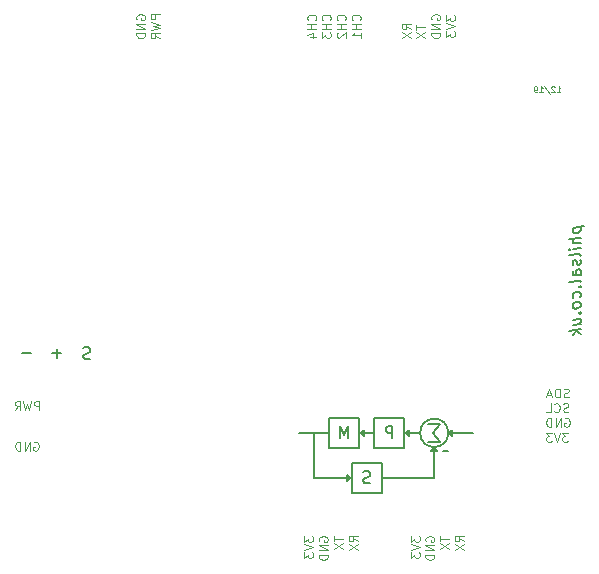
<source format=gbr>
G04 #@! TF.GenerationSoftware,KiCad,Pcbnew,(5.1.5)-3*
G04 #@! TF.CreationDate,2019-12-16T19:18:17+01:00*
G04 #@! TF.ProjectId,HadesMicroJLCPCB,48616465-734d-4696-9372-6f4a4c435043,rev?*
G04 #@! TF.SameCoordinates,Original*
G04 #@! TF.FileFunction,Legend,Bot*
G04 #@! TF.FilePolarity,Positive*
%FSLAX46Y46*%
G04 Gerber Fmt 4.6, Leading zero omitted, Abs format (unit mm)*
G04 Created by KiCad (PCBNEW (5.1.5)-3) date 2019-12-16 19:18:17*
%MOMM*%
%LPD*%
G04 APERTURE LIST*
%ADD10C,0.100000*%
%ADD11C,0.150000*%
G04 APERTURE END LIST*
D10*
X31400400Y-22364771D02*
X31364685Y-22293342D01*
X31364685Y-22186200D01*
X31400400Y-22079057D01*
X31471828Y-22007628D01*
X31543257Y-21971914D01*
X31686114Y-21936200D01*
X31793257Y-21936200D01*
X31936114Y-21971914D01*
X32007542Y-22007628D01*
X32078971Y-22079057D01*
X32114685Y-22186200D01*
X32114685Y-22257628D01*
X32078971Y-22364771D01*
X32043257Y-22400485D01*
X31793257Y-22400485D01*
X31793257Y-22257628D01*
X32114685Y-22721914D02*
X31364685Y-22721914D01*
X32114685Y-23150485D01*
X31364685Y-23150485D01*
X32114685Y-23507628D02*
X31364685Y-23507628D01*
X31364685Y-23686200D01*
X31400400Y-23793342D01*
X31471828Y-23864771D01*
X31543257Y-23900485D01*
X31686114Y-23936200D01*
X31793257Y-23936200D01*
X31936114Y-23900485D01*
X32007542Y-23864771D01*
X32078971Y-23793342D01*
X32114685Y-23686200D01*
X32114685Y-23507628D01*
X56394000Y-22364771D02*
X56358285Y-22293342D01*
X56358285Y-22186200D01*
X56394000Y-22079057D01*
X56465428Y-22007628D01*
X56536857Y-21971914D01*
X56679714Y-21936200D01*
X56786857Y-21936200D01*
X56929714Y-21971914D01*
X57001142Y-22007628D01*
X57072571Y-22079057D01*
X57108285Y-22186200D01*
X57108285Y-22257628D01*
X57072571Y-22364771D01*
X57036857Y-22400485D01*
X56786857Y-22400485D01*
X56786857Y-22257628D01*
X57108285Y-22721914D02*
X56358285Y-22721914D01*
X57108285Y-23150485D01*
X56358285Y-23150485D01*
X57108285Y-23507628D02*
X56358285Y-23507628D01*
X56358285Y-23686200D01*
X56394000Y-23793342D01*
X56465428Y-23864771D01*
X56536857Y-23900485D01*
X56679714Y-23936200D01*
X56786857Y-23936200D01*
X56929714Y-23900485D01*
X57001142Y-23864771D01*
X57072571Y-23793342D01*
X57108285Y-23686200D01*
X57108285Y-23507628D01*
D11*
X68314914Y-40009548D02*
X69314914Y-39884548D01*
X68362533Y-40003595D02*
X68314914Y-40104786D01*
X68314914Y-40295262D01*
X68362533Y-40384548D01*
X68410152Y-40426214D01*
X68505390Y-40461929D01*
X68791104Y-40426214D01*
X68886342Y-40366691D01*
X68933961Y-40313119D01*
X68981580Y-40211929D01*
X68981580Y-40021452D01*
X68933961Y-39932167D01*
X68981580Y-40830976D02*
X67981580Y-40955976D01*
X68981580Y-41259548D02*
X68457771Y-41325024D01*
X68362533Y-41289310D01*
X68314914Y-41200024D01*
X68314914Y-41057167D01*
X68362533Y-40955976D01*
X68410152Y-40902405D01*
X68981580Y-41735738D02*
X68314914Y-41819072D01*
X67981580Y-41860738D02*
X68029200Y-41807167D01*
X68076819Y-41848833D01*
X68029200Y-41902405D01*
X67981580Y-41860738D01*
X68076819Y-41848833D01*
X68981580Y-42354786D02*
X68933961Y-42265500D01*
X68838723Y-42229786D01*
X67981580Y-42336929D01*
X68933961Y-42694072D02*
X68981580Y-42783357D01*
X68981580Y-42973833D01*
X68933961Y-43075024D01*
X68838723Y-43134548D01*
X68791104Y-43140500D01*
X68695866Y-43104786D01*
X68648247Y-43015500D01*
X68648247Y-42872643D01*
X68600628Y-42783357D01*
X68505390Y-42747643D01*
X68457771Y-42753595D01*
X68362533Y-42813119D01*
X68314914Y-42914310D01*
X68314914Y-43057167D01*
X68362533Y-43146452D01*
X68981580Y-43973833D02*
X68457771Y-44039310D01*
X68362533Y-44003595D01*
X68314914Y-43914310D01*
X68314914Y-43723833D01*
X68362533Y-43622643D01*
X68933961Y-43979786D02*
X68981580Y-43878595D01*
X68981580Y-43640500D01*
X68933961Y-43551214D01*
X68838723Y-43515500D01*
X68743485Y-43527405D01*
X68648247Y-43586929D01*
X68600628Y-43688119D01*
X68600628Y-43926214D01*
X68553009Y-44027405D01*
X68981580Y-44592881D02*
X68933961Y-44503595D01*
X68838723Y-44467881D01*
X67981580Y-44575024D01*
X68886342Y-44985738D02*
X68933961Y-45027405D01*
X68981580Y-44973833D01*
X68933961Y-44932167D01*
X68886342Y-44985738D01*
X68981580Y-44973833D01*
X68933961Y-45884548D02*
X68981580Y-45783357D01*
X68981580Y-45592881D01*
X68933961Y-45503595D01*
X68886342Y-45461929D01*
X68791104Y-45426214D01*
X68505390Y-45461929D01*
X68410152Y-45521452D01*
X68362533Y-45575024D01*
X68314914Y-45676214D01*
X68314914Y-45866691D01*
X68362533Y-45955976D01*
X68981580Y-46450024D02*
X68933961Y-46360738D01*
X68886342Y-46319072D01*
X68791104Y-46283357D01*
X68505390Y-46319072D01*
X68410152Y-46378595D01*
X68362533Y-46432167D01*
X68314914Y-46533357D01*
X68314914Y-46676214D01*
X68362533Y-46765500D01*
X68410152Y-46807167D01*
X68505390Y-46842881D01*
X68791104Y-46807167D01*
X68886342Y-46747643D01*
X68933961Y-46694072D01*
X68981580Y-46592881D01*
X68981580Y-46450024D01*
X68886342Y-47223833D02*
X68933961Y-47265500D01*
X68981580Y-47211929D01*
X68933961Y-47170262D01*
X68886342Y-47223833D01*
X68981580Y-47211929D01*
X68314914Y-48200024D02*
X68981580Y-48116691D01*
X68314914Y-47771452D02*
X68838723Y-47705976D01*
X68933961Y-47741691D01*
X68981580Y-47830976D01*
X68981580Y-47973833D01*
X68933961Y-48075024D01*
X68886342Y-48128595D01*
X68981580Y-48592881D02*
X67981580Y-48717881D01*
X68600628Y-48735738D02*
X68981580Y-48973833D01*
X68314914Y-49057167D02*
X68695866Y-48628595D01*
X49304533Y-57818280D02*
X49304533Y-56818280D01*
X48971200Y-57532566D01*
X48637866Y-56818280D01*
X48637866Y-57818280D01*
D10*
X57602885Y-22007628D02*
X57602885Y-22471914D01*
X57888600Y-22221914D01*
X57888600Y-22329057D01*
X57924314Y-22400485D01*
X57960028Y-22436200D01*
X58031457Y-22471914D01*
X58210028Y-22471914D01*
X58281457Y-22436200D01*
X58317171Y-22400485D01*
X58352885Y-22329057D01*
X58352885Y-22114771D01*
X58317171Y-22043342D01*
X58281457Y-22007628D01*
X57602885Y-22686200D02*
X58352885Y-22936200D01*
X57602885Y-23186200D01*
X57602885Y-23364771D02*
X57602885Y-23829057D01*
X57888600Y-23579057D01*
X57888600Y-23686200D01*
X57924314Y-23757628D01*
X57960028Y-23793342D01*
X58031457Y-23829057D01*
X58210028Y-23829057D01*
X58281457Y-23793342D01*
X58317171Y-23757628D01*
X58352885Y-23686200D01*
X58352885Y-23471914D01*
X58317171Y-23400485D01*
X58281457Y-23364771D01*
X46869000Y-66535371D02*
X46833285Y-66463942D01*
X46833285Y-66356800D01*
X46869000Y-66249657D01*
X46940428Y-66178228D01*
X47011857Y-66142514D01*
X47154714Y-66106800D01*
X47261857Y-66106800D01*
X47404714Y-66142514D01*
X47476142Y-66178228D01*
X47547571Y-66249657D01*
X47583285Y-66356800D01*
X47583285Y-66428228D01*
X47547571Y-66535371D01*
X47511857Y-66571085D01*
X47261857Y-66571085D01*
X47261857Y-66428228D01*
X47583285Y-66892514D02*
X46833285Y-66892514D01*
X47583285Y-67321085D01*
X46833285Y-67321085D01*
X47583285Y-67678228D02*
X46833285Y-67678228D01*
X46833285Y-67856800D01*
X46869000Y-67963942D01*
X46940428Y-68035371D01*
X47011857Y-68071085D01*
X47154714Y-68106800D01*
X47261857Y-68106800D01*
X47404714Y-68071085D01*
X47476142Y-68035371D01*
X47547571Y-67963942D01*
X47583285Y-67856800D01*
X47583285Y-67678228D01*
X55088285Y-22796571D02*
X55088285Y-23225142D01*
X55838285Y-23010857D02*
X55088285Y-23010857D01*
X55088285Y-23403714D02*
X55838285Y-23903714D01*
X55088285Y-23903714D02*
X55838285Y-23403714D01*
D11*
X53043104Y-57818280D02*
X53043104Y-56818280D01*
X52662152Y-56818280D01*
X52566914Y-56865900D01*
X52519295Y-56913519D01*
X52471676Y-57008757D01*
X52471676Y-57151614D01*
X52519295Y-57246852D01*
X52566914Y-57294471D01*
X52662152Y-57342090D01*
X53043104Y-57342090D01*
D10*
X57094885Y-66103571D02*
X57094885Y-66532142D01*
X57844885Y-66317857D02*
X57094885Y-66317857D01*
X57094885Y-66710714D02*
X57844885Y-67210714D01*
X57094885Y-67210714D02*
X57844885Y-66710714D01*
D11*
X51161914Y-61580661D02*
X51019057Y-61628280D01*
X50780961Y-61628280D01*
X50685723Y-61580661D01*
X50638104Y-61533042D01*
X50590485Y-61437804D01*
X50590485Y-61342566D01*
X50638104Y-61247328D01*
X50685723Y-61199709D01*
X50780961Y-61152090D01*
X50971438Y-61104471D01*
X51066676Y-61056852D01*
X51114295Y-61009233D01*
X51161914Y-60913995D01*
X51161914Y-60818757D01*
X51114295Y-60723519D01*
X51066676Y-60675900D01*
X50971438Y-60628280D01*
X50733342Y-60628280D01*
X50590485Y-60675900D01*
D10*
X45588685Y-66127428D02*
X45588685Y-66591714D01*
X45874400Y-66341714D01*
X45874400Y-66448857D01*
X45910114Y-66520285D01*
X45945828Y-66556000D01*
X46017257Y-66591714D01*
X46195828Y-66591714D01*
X46267257Y-66556000D01*
X46302971Y-66520285D01*
X46338685Y-66448857D01*
X46338685Y-66234571D01*
X46302971Y-66163142D01*
X46267257Y-66127428D01*
X45588685Y-66806000D02*
X46338685Y-67056000D01*
X45588685Y-67306000D01*
X45588685Y-67484571D02*
X45588685Y-67948857D01*
X45874400Y-67698857D01*
X45874400Y-67806000D01*
X45910114Y-67877428D01*
X45945828Y-67913142D01*
X46017257Y-67948857D01*
X46195828Y-67948857D01*
X46267257Y-67913142D01*
X46302971Y-67877428D01*
X46338685Y-67806000D01*
X46338685Y-67591714D01*
X46302971Y-67520285D01*
X46267257Y-67484571D01*
X67908371Y-57374285D02*
X67444085Y-57374285D01*
X67694085Y-57660000D01*
X67586942Y-57660000D01*
X67515514Y-57695714D01*
X67479800Y-57731428D01*
X67444085Y-57802857D01*
X67444085Y-57981428D01*
X67479800Y-58052857D01*
X67515514Y-58088571D01*
X67586942Y-58124285D01*
X67801228Y-58124285D01*
X67872657Y-58088571D01*
X67908371Y-58052857D01*
X67229800Y-57374285D02*
X66979800Y-58124285D01*
X66729800Y-57374285D01*
X66551228Y-57374285D02*
X66086942Y-57374285D01*
X66336942Y-57660000D01*
X66229800Y-57660000D01*
X66158371Y-57695714D01*
X66122657Y-57731428D01*
X66086942Y-57802857D01*
X66086942Y-57981428D01*
X66122657Y-58052857D01*
X66158371Y-58088571D01*
X66229800Y-58124285D01*
X66444085Y-58124285D01*
X66515514Y-58088571D01*
X66551228Y-58052857D01*
X23123400Y-55431885D02*
X23123400Y-54681885D01*
X22837685Y-54681885D01*
X22766257Y-54717600D01*
X22730542Y-54753314D01*
X22694828Y-54824742D01*
X22694828Y-54931885D01*
X22730542Y-55003314D01*
X22766257Y-55039028D01*
X22837685Y-55074742D01*
X23123400Y-55074742D01*
X22444828Y-54681885D02*
X22266257Y-55431885D01*
X22123400Y-54896171D01*
X21980542Y-55431885D01*
X21801971Y-54681885D01*
X21087685Y-55431885D02*
X21337685Y-55074742D01*
X21516257Y-55431885D02*
X21516257Y-54681885D01*
X21230542Y-54681885D01*
X21159114Y-54717600D01*
X21123400Y-54753314D01*
X21087685Y-54824742D01*
X21087685Y-54931885D01*
X21123400Y-55003314D01*
X21159114Y-55039028D01*
X21230542Y-55074742D01*
X21516257Y-55074742D01*
X67652828Y-56140000D02*
X67724257Y-56104285D01*
X67831400Y-56104285D01*
X67938542Y-56140000D01*
X68009971Y-56211428D01*
X68045685Y-56282857D01*
X68081400Y-56425714D01*
X68081400Y-56532857D01*
X68045685Y-56675714D01*
X68009971Y-56747142D01*
X67938542Y-56818571D01*
X67831400Y-56854285D01*
X67759971Y-56854285D01*
X67652828Y-56818571D01*
X67617114Y-56782857D01*
X67617114Y-56532857D01*
X67759971Y-56532857D01*
X67295685Y-56854285D02*
X67295685Y-56104285D01*
X66867114Y-56854285D01*
X66867114Y-56104285D01*
X66509971Y-56854285D02*
X66509971Y-56104285D01*
X66331400Y-56104285D01*
X66224257Y-56140000D01*
X66152828Y-56211428D01*
X66117114Y-56282857D01*
X66081400Y-56425714D01*
X66081400Y-56532857D01*
X66117114Y-56675714D01*
X66152828Y-56747142D01*
X66224257Y-56818571D01*
X66331400Y-56854285D01*
X66509971Y-56854285D01*
X67948857Y-55573971D02*
X67841714Y-55609685D01*
X67663142Y-55609685D01*
X67591714Y-55573971D01*
X67556000Y-55538257D01*
X67520285Y-55466828D01*
X67520285Y-55395400D01*
X67556000Y-55323971D01*
X67591714Y-55288257D01*
X67663142Y-55252542D01*
X67806000Y-55216828D01*
X67877428Y-55181114D01*
X67913142Y-55145400D01*
X67948857Y-55073971D01*
X67948857Y-55002542D01*
X67913142Y-54931114D01*
X67877428Y-54895400D01*
X67806000Y-54859685D01*
X67627428Y-54859685D01*
X67520285Y-54895400D01*
X66770285Y-55538257D02*
X66806000Y-55573971D01*
X66913142Y-55609685D01*
X66984571Y-55609685D01*
X67091714Y-55573971D01*
X67163142Y-55502542D01*
X67198857Y-55431114D01*
X67234571Y-55288257D01*
X67234571Y-55181114D01*
X67198857Y-55038257D01*
X67163142Y-54966828D01*
X67091714Y-54895400D01*
X66984571Y-54859685D01*
X66913142Y-54859685D01*
X66806000Y-54895400D01*
X66770285Y-54931114D01*
X66091714Y-55609685D02*
X66448857Y-55609685D01*
X66448857Y-54859685D01*
X50097885Y-66550000D02*
X49740742Y-66300000D01*
X50097885Y-66121428D02*
X49347885Y-66121428D01*
X49347885Y-66407142D01*
X49383600Y-66478571D01*
X49419314Y-66514285D01*
X49490742Y-66550000D01*
X49597885Y-66550000D01*
X49669314Y-66514285D01*
X49705028Y-66478571D01*
X49740742Y-66407142D01*
X49740742Y-66121428D01*
X49347885Y-66800000D02*
X50097885Y-67300000D01*
X49347885Y-67300000D02*
X50097885Y-66800000D01*
X22694828Y-58146600D02*
X22766257Y-58110885D01*
X22873400Y-58110885D01*
X22980542Y-58146600D01*
X23051971Y-58218028D01*
X23087685Y-58289457D01*
X23123400Y-58432314D01*
X23123400Y-58539457D01*
X23087685Y-58682314D01*
X23051971Y-58753742D01*
X22980542Y-58825171D01*
X22873400Y-58860885D01*
X22801971Y-58860885D01*
X22694828Y-58825171D01*
X22659114Y-58789457D01*
X22659114Y-58539457D01*
X22801971Y-58539457D01*
X22337685Y-58860885D02*
X22337685Y-58110885D01*
X21909114Y-58860885D01*
X21909114Y-58110885D01*
X21551971Y-58860885D02*
X21551971Y-58110885D01*
X21373400Y-58110885D01*
X21266257Y-58146600D01*
X21194828Y-58218028D01*
X21159114Y-58289457D01*
X21123400Y-58432314D01*
X21123400Y-58539457D01*
X21159114Y-58682314D01*
X21194828Y-58753742D01*
X21266257Y-58825171D01*
X21373400Y-58860885D01*
X21551971Y-58860885D01*
X54593685Y-23166800D02*
X54236542Y-22916800D01*
X54593685Y-22738228D02*
X53843685Y-22738228D01*
X53843685Y-23023942D01*
X53879400Y-23095371D01*
X53915114Y-23131085D01*
X53986542Y-23166800D01*
X54093685Y-23166800D01*
X54165114Y-23131085D01*
X54200828Y-23095371D01*
X54236542Y-23023942D01*
X54236542Y-22738228D01*
X53843685Y-23416800D02*
X54593685Y-23916800D01*
X53843685Y-23916800D02*
X54593685Y-23416800D01*
X33333885Y-21936200D02*
X32583885Y-21936200D01*
X32583885Y-22221914D01*
X32619600Y-22293342D01*
X32655314Y-22329057D01*
X32726742Y-22364771D01*
X32833885Y-22364771D01*
X32905314Y-22329057D01*
X32941028Y-22293342D01*
X32976742Y-22221914D01*
X32976742Y-21936200D01*
X32583885Y-22614771D02*
X33333885Y-22793342D01*
X32798171Y-22936200D01*
X33333885Y-23079057D01*
X32583885Y-23257628D01*
X33333885Y-23971914D02*
X32976742Y-23721914D01*
X33333885Y-23543342D02*
X32583885Y-23543342D01*
X32583885Y-23829057D01*
X32619600Y-23900485D01*
X32655314Y-23936200D01*
X32726742Y-23971914D01*
X32833885Y-23971914D01*
X32905314Y-23936200D01*
X32941028Y-23900485D01*
X32976742Y-23829057D01*
X32976742Y-23543342D01*
X59089485Y-66550000D02*
X58732342Y-66300000D01*
X59089485Y-66121428D02*
X58339485Y-66121428D01*
X58339485Y-66407142D01*
X58375200Y-66478571D01*
X58410914Y-66514285D01*
X58482342Y-66550000D01*
X58589485Y-66550000D01*
X58660914Y-66514285D01*
X58696628Y-66478571D01*
X58732342Y-66407142D01*
X58732342Y-66121428D01*
X58339485Y-66800000D02*
X59089485Y-67300000D01*
X58339485Y-67300000D02*
X59089485Y-66800000D01*
X48103285Y-66103571D02*
X48103285Y-66532142D01*
X48853285Y-66317857D02*
X48103285Y-66317857D01*
X48103285Y-66710714D02*
X48853285Y-67210714D01*
X48103285Y-67210714D02*
X48853285Y-66710714D01*
X67966714Y-54329371D02*
X67859571Y-54365085D01*
X67681000Y-54365085D01*
X67609571Y-54329371D01*
X67573857Y-54293657D01*
X67538142Y-54222228D01*
X67538142Y-54150800D01*
X67573857Y-54079371D01*
X67609571Y-54043657D01*
X67681000Y-54007942D01*
X67823857Y-53972228D01*
X67895285Y-53936514D01*
X67931000Y-53900800D01*
X67966714Y-53829371D01*
X67966714Y-53757942D01*
X67931000Y-53686514D01*
X67895285Y-53650800D01*
X67823857Y-53615085D01*
X67645285Y-53615085D01*
X67538142Y-53650800D01*
X67216714Y-54365085D02*
X67216714Y-53615085D01*
X67038142Y-53615085D01*
X66931000Y-53650800D01*
X66859571Y-53722228D01*
X66823857Y-53793657D01*
X66788142Y-53936514D01*
X66788142Y-54043657D01*
X66823857Y-54186514D01*
X66859571Y-54257942D01*
X66931000Y-54329371D01*
X67038142Y-54365085D01*
X67216714Y-54365085D01*
X66502428Y-54150800D02*
X66145285Y-54150800D01*
X66573857Y-54365085D02*
X66323857Y-53615085D01*
X66073857Y-54365085D01*
X54605685Y-66102028D02*
X54605685Y-66566314D01*
X54891400Y-66316314D01*
X54891400Y-66423457D01*
X54927114Y-66494885D01*
X54962828Y-66530600D01*
X55034257Y-66566314D01*
X55212828Y-66566314D01*
X55284257Y-66530600D01*
X55319971Y-66494885D01*
X55355685Y-66423457D01*
X55355685Y-66209171D01*
X55319971Y-66137742D01*
X55284257Y-66102028D01*
X54605685Y-66780600D02*
X55355685Y-67030600D01*
X54605685Y-67280600D01*
X54605685Y-67459171D02*
X54605685Y-67923457D01*
X54891400Y-67673457D01*
X54891400Y-67780600D01*
X54927114Y-67852028D01*
X54962828Y-67887742D01*
X55034257Y-67923457D01*
X55212828Y-67923457D01*
X55284257Y-67887742D01*
X55319971Y-67852028D01*
X55355685Y-67780600D01*
X55355685Y-67566314D01*
X55319971Y-67494885D01*
X55284257Y-67459171D01*
X55886000Y-66535371D02*
X55850285Y-66463942D01*
X55850285Y-66356800D01*
X55886000Y-66249657D01*
X55957428Y-66178228D01*
X56028857Y-66142514D01*
X56171714Y-66106800D01*
X56278857Y-66106800D01*
X56421714Y-66142514D01*
X56493142Y-66178228D01*
X56564571Y-66249657D01*
X56600285Y-66356800D01*
X56600285Y-66428228D01*
X56564571Y-66535371D01*
X56528857Y-66571085D01*
X56278857Y-66571085D01*
X56278857Y-66428228D01*
X56600285Y-66892514D02*
X55850285Y-66892514D01*
X56600285Y-67321085D01*
X55850285Y-67321085D01*
X56600285Y-67678228D02*
X55850285Y-67678228D01*
X55850285Y-67856800D01*
X55886000Y-67963942D01*
X55957428Y-68035371D01*
X56028857Y-68071085D01*
X56171714Y-68106800D01*
X56278857Y-68106800D01*
X56421714Y-68071085D01*
X56493142Y-68035371D01*
X56564571Y-67963942D01*
X56600285Y-67856800D01*
X56600285Y-67678228D01*
D11*
X24617371Y-51003152D02*
X24617371Y-50241247D01*
X24236419Y-50622200D02*
X24998323Y-50622200D01*
X22478952Y-50617428D02*
X21717047Y-50617428D01*
X56083200Y-56603900D02*
X57099200Y-56603900D01*
X50241200Y-56095900D02*
X47701200Y-56095900D01*
X58115200Y-57619900D02*
X57861200Y-57365900D01*
X51511200Y-56095900D02*
X51511200Y-58635900D01*
X54178200Y-57365900D02*
X54432200Y-57111900D01*
X50241200Y-58635900D02*
X50241200Y-57365900D01*
X50368200Y-57365900D02*
X50622200Y-57111900D01*
X49225200Y-61429900D02*
X49479200Y-61175900D01*
X49225200Y-60921900D02*
X49225200Y-61429900D01*
X50622200Y-57111900D02*
X50622200Y-57619900D01*
X57861200Y-57365900D02*
X58115200Y-57111900D01*
X54432200Y-57111900D02*
X54432200Y-57619900D01*
X57789316Y-57365900D02*
G75*
G03X57789316Y-57365900I-1198116J0D01*
G01*
X56591200Y-61175900D02*
X56591200Y-58564015D01*
X52146200Y-61175900D02*
X56591200Y-61175900D01*
X50241200Y-57365900D02*
X50241200Y-56095900D01*
X45161200Y-57365900D02*
X47701200Y-57365900D01*
X52146200Y-62445900D02*
X49606200Y-62445900D01*
X51511200Y-57365900D02*
X50241200Y-57365900D01*
X49479200Y-61175900D02*
X49225200Y-60921900D01*
X46431200Y-57365900D02*
X46431200Y-61175900D01*
X56337200Y-58889900D02*
X56845200Y-58889900D01*
X55393085Y-57365900D02*
X54051200Y-57365900D01*
X56591200Y-58635900D02*
X56337200Y-58889900D01*
X49606200Y-61175900D02*
X49606200Y-59905900D01*
X54051200Y-58635900D02*
X54051200Y-57365900D01*
X54051200Y-56095900D02*
X51511200Y-56095900D01*
X47701200Y-58635900D02*
X50241200Y-58635900D01*
X51511200Y-58635900D02*
X54051200Y-58635900D01*
X54051200Y-57365900D02*
X54051200Y-56095900D01*
X52146200Y-59905900D02*
X52146200Y-62445900D01*
X56464200Y-57365900D02*
X57099200Y-58127900D01*
X58115200Y-57111900D02*
X58115200Y-57619900D01*
X46431200Y-61175900D02*
X49606200Y-61175900D01*
X49606200Y-62445900D02*
X49606200Y-61175900D01*
X50622200Y-57619900D02*
X50368200Y-57365900D01*
X49606200Y-59905900D02*
X52146200Y-59905900D01*
X57099200Y-58127900D02*
X56083200Y-58127900D01*
X59867800Y-57378600D02*
X58140600Y-57378600D01*
X57353200Y-58889900D02*
X57734200Y-58889900D01*
X54432200Y-57619900D02*
X54178200Y-57365900D01*
X47701200Y-56095900D02*
X47701200Y-58635900D01*
X56845200Y-58889900D02*
X56591200Y-58635900D01*
X57099200Y-56603900D02*
X56464200Y-57365900D01*
D10*
X50280457Y-22418342D02*
X50316171Y-22382628D01*
X50351885Y-22275485D01*
X50351885Y-22204057D01*
X50316171Y-22096914D01*
X50244742Y-22025485D01*
X50173314Y-21989771D01*
X50030457Y-21954057D01*
X49923314Y-21954057D01*
X49780457Y-21989771D01*
X49709028Y-22025485D01*
X49637600Y-22096914D01*
X49601885Y-22204057D01*
X49601885Y-22275485D01*
X49637600Y-22382628D01*
X49673314Y-22418342D01*
X50351885Y-22739771D02*
X49601885Y-22739771D01*
X49959028Y-22739771D02*
X49959028Y-23168342D01*
X50351885Y-23168342D02*
X49601885Y-23168342D01*
X50351885Y-23918342D02*
X50351885Y-23489771D01*
X50351885Y-23704057D02*
X49601885Y-23704057D01*
X49709028Y-23632628D01*
X49780457Y-23561200D01*
X49816171Y-23489771D01*
X47765857Y-22418342D02*
X47801571Y-22382628D01*
X47837285Y-22275485D01*
X47837285Y-22204057D01*
X47801571Y-22096914D01*
X47730142Y-22025485D01*
X47658714Y-21989771D01*
X47515857Y-21954057D01*
X47408714Y-21954057D01*
X47265857Y-21989771D01*
X47194428Y-22025485D01*
X47123000Y-22096914D01*
X47087285Y-22204057D01*
X47087285Y-22275485D01*
X47123000Y-22382628D01*
X47158714Y-22418342D01*
X47837285Y-22739771D02*
X47087285Y-22739771D01*
X47444428Y-22739771D02*
X47444428Y-23168342D01*
X47837285Y-23168342D02*
X47087285Y-23168342D01*
X47087285Y-23454057D02*
X47087285Y-23918342D01*
X47373000Y-23668342D01*
X47373000Y-23775485D01*
X47408714Y-23846914D01*
X47444428Y-23882628D01*
X47515857Y-23918342D01*
X47694428Y-23918342D01*
X47765857Y-23882628D01*
X47801571Y-23846914D01*
X47837285Y-23775485D01*
X47837285Y-23561200D01*
X47801571Y-23489771D01*
X47765857Y-23454057D01*
X66974933Y-28521790D02*
X67260647Y-28521790D01*
X67117790Y-28521790D02*
X67117790Y-28021790D01*
X67165409Y-28093219D01*
X67213028Y-28140838D01*
X67260647Y-28164647D01*
X66784457Y-28069409D02*
X66760647Y-28045600D01*
X66713028Y-28021790D01*
X66593980Y-28021790D01*
X66546361Y-28045600D01*
X66522552Y-28069409D01*
X66498742Y-28117028D01*
X66498742Y-28164647D01*
X66522552Y-28236076D01*
X66808266Y-28521790D01*
X66498742Y-28521790D01*
X65927314Y-27997980D02*
X66355885Y-28640838D01*
X65498742Y-28521790D02*
X65784457Y-28521790D01*
X65641600Y-28521790D02*
X65641600Y-28021790D01*
X65689219Y-28093219D01*
X65736838Y-28140838D01*
X65784457Y-28164647D01*
X65260647Y-28521790D02*
X65165409Y-28521790D01*
X65117790Y-28497980D01*
X65093980Y-28474171D01*
X65046361Y-28402742D01*
X65022552Y-28307504D01*
X65022552Y-28117028D01*
X65046361Y-28069409D01*
X65070171Y-28045600D01*
X65117790Y-28021790D01*
X65213028Y-28021790D01*
X65260647Y-28045600D01*
X65284457Y-28069409D01*
X65308266Y-28117028D01*
X65308266Y-28236076D01*
X65284457Y-28283695D01*
X65260647Y-28307504D01*
X65213028Y-28331314D01*
X65117790Y-28331314D01*
X65070171Y-28307504D01*
X65046361Y-28283695D01*
X65022552Y-28236076D01*
X46521257Y-22418342D02*
X46556971Y-22382628D01*
X46592685Y-22275485D01*
X46592685Y-22204057D01*
X46556971Y-22096914D01*
X46485542Y-22025485D01*
X46414114Y-21989771D01*
X46271257Y-21954057D01*
X46164114Y-21954057D01*
X46021257Y-21989771D01*
X45949828Y-22025485D01*
X45878400Y-22096914D01*
X45842685Y-22204057D01*
X45842685Y-22275485D01*
X45878400Y-22382628D01*
X45914114Y-22418342D01*
X46592685Y-22739771D02*
X45842685Y-22739771D01*
X46199828Y-22739771D02*
X46199828Y-23168342D01*
X46592685Y-23168342D02*
X45842685Y-23168342D01*
X46092685Y-23846914D02*
X46592685Y-23846914D01*
X45806971Y-23668342D02*
X46342685Y-23489771D01*
X46342685Y-23954057D01*
D11*
X27463714Y-51077761D02*
X27320857Y-51125380D01*
X27082761Y-51125380D01*
X26987523Y-51077761D01*
X26939904Y-51030142D01*
X26892285Y-50934904D01*
X26892285Y-50839666D01*
X26939904Y-50744428D01*
X26987523Y-50696809D01*
X27082761Y-50649190D01*
X27273238Y-50601571D01*
X27368476Y-50553952D01*
X27416095Y-50506333D01*
X27463714Y-50411095D01*
X27463714Y-50315857D01*
X27416095Y-50220619D01*
X27368476Y-50173000D01*
X27273238Y-50125380D01*
X27035142Y-50125380D01*
X26892285Y-50173000D01*
D10*
X49010457Y-22418342D02*
X49046171Y-22382628D01*
X49081885Y-22275485D01*
X49081885Y-22204057D01*
X49046171Y-22096914D01*
X48974742Y-22025485D01*
X48903314Y-21989771D01*
X48760457Y-21954057D01*
X48653314Y-21954057D01*
X48510457Y-21989771D01*
X48439028Y-22025485D01*
X48367600Y-22096914D01*
X48331885Y-22204057D01*
X48331885Y-22275485D01*
X48367600Y-22382628D01*
X48403314Y-22418342D01*
X49081885Y-22739771D02*
X48331885Y-22739771D01*
X48689028Y-22739771D02*
X48689028Y-23168342D01*
X49081885Y-23168342D02*
X48331885Y-23168342D01*
X48403314Y-23489771D02*
X48367600Y-23525485D01*
X48331885Y-23596914D01*
X48331885Y-23775485D01*
X48367600Y-23846914D01*
X48403314Y-23882628D01*
X48474742Y-23918342D01*
X48546171Y-23918342D01*
X48653314Y-23882628D01*
X49081885Y-23454057D01*
X49081885Y-23918342D01*
M02*

</source>
